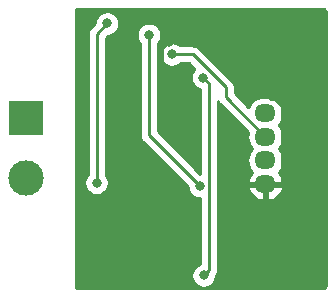
<source format=gbl>
G04 #@! TF.GenerationSoftware,KiCad,Pcbnew,(5.1.2)-1*
G04 #@! TF.CreationDate,2021-06-05T09:35:00+09:00*
G04 #@! TF.ProjectId,cs,63732e6b-6963-4616-945f-706362585858,v3.3*
G04 #@! TF.SameCoordinates,Original*
G04 #@! TF.FileFunction,Copper,L2,Bot*
G04 #@! TF.FilePolarity,Positive*
%FSLAX46Y46*%
G04 Gerber Fmt 4.6, Leading zero omitted, Abs format (unit mm)*
G04 Created by KiCad (PCBNEW (5.1.2)-1) date 2021-06-05 09:35:00*
%MOMM*%
%LPD*%
G04 APERTURE LIST*
%ADD10O,1.800000X1.524000*%
%ADD11R,3.000000X3.000000*%
%ADD12C,3.000000*%
%ADD13C,0.800000*%
%ADD14C,0.250000*%
%ADD15C,0.254000*%
G04 APERTURE END LIST*
D10*
X128200000Y-79500000D03*
X128200000Y-77500000D03*
X128200000Y-75500000D03*
X128200000Y-73500000D03*
D11*
X107900000Y-73900000D03*
D12*
X107900000Y-78980000D03*
D13*
X119476100Y-70600000D03*
X120016000Y-67458900D03*
X113900000Y-79400000D03*
X114800000Y-65900000D03*
X120268400Y-68522000D03*
X122970900Y-87245400D03*
X122912300Y-70486700D03*
X122638300Y-79683800D03*
X118319800Y-66878600D03*
D14*
X120016000Y-67458900D02*
X119476100Y-67998800D01*
X119476100Y-67998800D02*
X119476100Y-70600000D01*
X123841800Y-67458900D02*
X120016000Y-67458900D01*
X129500000Y-79500000D02*
X129600000Y-79400000D01*
X128200000Y-79500000D02*
X129500000Y-79500000D01*
X129600000Y-79400000D02*
X129600000Y-72900000D01*
X129600000Y-72900000D02*
X129000000Y-72300000D01*
X129000000Y-72300000D02*
X128682900Y-72300000D01*
X128682900Y-72300000D02*
X123841800Y-67458900D01*
X113900000Y-79400000D02*
X113900000Y-66800000D01*
X113900000Y-66800000D02*
X114800000Y-65900000D01*
X128200000Y-75500000D02*
X124843100Y-72143100D01*
X124843100Y-72143100D02*
X124843100Y-71324300D01*
X124843100Y-71324300D02*
X122040800Y-68522000D01*
X122040800Y-68522000D02*
X120268400Y-68522000D01*
X122912300Y-70486700D02*
X123409800Y-70984200D01*
X123409800Y-70984200D02*
X123409800Y-86806500D01*
X123409800Y-86806500D02*
X122970900Y-87245400D01*
X118319800Y-66878600D02*
X118319800Y-75365300D01*
X118319800Y-75365300D02*
X122638300Y-79683800D01*
D15*
G36*
X133065424Y-64669580D02*
G01*
X133128356Y-64688580D01*
X133186405Y-64719445D01*
X133237343Y-64760989D01*
X133279248Y-64811644D01*
X133310515Y-64869471D01*
X133329956Y-64932272D01*
X133340001Y-65027845D01*
X133340000Y-87967721D01*
X133330420Y-88065424D01*
X133311420Y-88128357D01*
X133280554Y-88186406D01*
X133239011Y-88237343D01*
X133188356Y-88279248D01*
X133130529Y-88310515D01*
X133067728Y-88329956D01*
X132972165Y-88340000D01*
X112127000Y-88340000D01*
X112127000Y-79298061D01*
X112865000Y-79298061D01*
X112865000Y-79501939D01*
X112904774Y-79701898D01*
X112982795Y-79890256D01*
X113096063Y-80059774D01*
X113240226Y-80203937D01*
X113409744Y-80317205D01*
X113598102Y-80395226D01*
X113798061Y-80435000D01*
X114001939Y-80435000D01*
X114201898Y-80395226D01*
X114390256Y-80317205D01*
X114559774Y-80203937D01*
X114703937Y-80059774D01*
X114817205Y-79890256D01*
X114895226Y-79701898D01*
X114935000Y-79501939D01*
X114935000Y-79298061D01*
X114895226Y-79098102D01*
X114817205Y-78909744D01*
X114703937Y-78740226D01*
X114660000Y-78696289D01*
X114660000Y-67114801D01*
X114839801Y-66935000D01*
X114901939Y-66935000D01*
X115101898Y-66895226D01*
X115290256Y-66817205D01*
X115350934Y-66776661D01*
X117284800Y-66776661D01*
X117284800Y-66980539D01*
X117324574Y-67180498D01*
X117402595Y-67368856D01*
X117515863Y-67538374D01*
X117559800Y-67582311D01*
X117559801Y-75327968D01*
X117556124Y-75365300D01*
X117570798Y-75514285D01*
X117614254Y-75657546D01*
X117684826Y-75789576D01*
X117756001Y-75876302D01*
X117779800Y-75905301D01*
X117808798Y-75929099D01*
X121603300Y-79723602D01*
X121603300Y-79785739D01*
X121643074Y-79985698D01*
X121721095Y-80174056D01*
X121834363Y-80343574D01*
X121978526Y-80487737D01*
X122148044Y-80601005D01*
X122336402Y-80679026D01*
X122536361Y-80718800D01*
X122649801Y-80718800D01*
X122649801Y-86258127D01*
X122480644Y-86328195D01*
X122311126Y-86441463D01*
X122166963Y-86585626D01*
X122053695Y-86755144D01*
X121975674Y-86943502D01*
X121935900Y-87143461D01*
X121935900Y-87347339D01*
X121975674Y-87547298D01*
X122053695Y-87735656D01*
X122166963Y-87905174D01*
X122311126Y-88049337D01*
X122480644Y-88162605D01*
X122669002Y-88240626D01*
X122868961Y-88280400D01*
X123072839Y-88280400D01*
X123272798Y-88240626D01*
X123461156Y-88162605D01*
X123630674Y-88049337D01*
X123774837Y-87905174D01*
X123888105Y-87735656D01*
X123966126Y-87547298D01*
X124005900Y-87347339D01*
X124005900Y-87278144D01*
X124044774Y-87230776D01*
X124115346Y-87098747D01*
X124158803Y-86955486D01*
X124169800Y-86843833D01*
X124169800Y-86843824D01*
X124173476Y-86806501D01*
X124169800Y-86769178D01*
X124169800Y-79843070D01*
X126707780Y-79843070D01*
X126797476Y-80095068D01*
X126937865Y-80330330D01*
X127121454Y-80533683D01*
X127341188Y-80697312D01*
X127588622Y-80814929D01*
X127854248Y-80882014D01*
X128073000Y-80738749D01*
X128073000Y-79627000D01*
X128327000Y-79627000D01*
X128327000Y-80738749D01*
X128545752Y-80882014D01*
X128811378Y-80814929D01*
X129058812Y-80697312D01*
X129278546Y-80533683D01*
X129462135Y-80330330D01*
X129602524Y-80095068D01*
X129692220Y-79843070D01*
X129569720Y-79627000D01*
X128327000Y-79627000D01*
X128073000Y-79627000D01*
X126830280Y-79627000D01*
X126707780Y-79843070D01*
X124169800Y-79843070D01*
X124169800Y-72495674D01*
X124208126Y-72567376D01*
X124247971Y-72615926D01*
X124303099Y-72683101D01*
X124332103Y-72706904D01*
X126723879Y-75098680D01*
X126685214Y-75226140D01*
X126658241Y-75500000D01*
X126685214Y-75773860D01*
X126765096Y-76037195D01*
X126894817Y-76279887D01*
X127069392Y-76492608D01*
X127078399Y-76500000D01*
X127069392Y-76507392D01*
X126894817Y-76720113D01*
X126765096Y-76962805D01*
X126685214Y-77226140D01*
X126658241Y-77500000D01*
X126685214Y-77773860D01*
X126765096Y-78037195D01*
X126894817Y-78279887D01*
X127069392Y-78492608D01*
X127085663Y-78505961D01*
X126937865Y-78669670D01*
X126797476Y-78904932D01*
X126707780Y-79156930D01*
X126830280Y-79373000D01*
X128073000Y-79373000D01*
X128073000Y-79353000D01*
X128327000Y-79353000D01*
X128327000Y-79373000D01*
X129569720Y-79373000D01*
X129692220Y-79156930D01*
X129602524Y-78904932D01*
X129462135Y-78669670D01*
X129314337Y-78505961D01*
X129330608Y-78492608D01*
X129505183Y-78279887D01*
X129634904Y-78037195D01*
X129714786Y-77773860D01*
X129741759Y-77500000D01*
X129714786Y-77226140D01*
X129634904Y-76962805D01*
X129505183Y-76720113D01*
X129330608Y-76507392D01*
X129321601Y-76500000D01*
X129330608Y-76492608D01*
X129505183Y-76279887D01*
X129634904Y-76037195D01*
X129714786Y-75773860D01*
X129741759Y-75500000D01*
X129714786Y-75226140D01*
X129634904Y-74962805D01*
X129505183Y-74720113D01*
X129330608Y-74507392D01*
X129321601Y-74500000D01*
X129330608Y-74492608D01*
X129505183Y-74279887D01*
X129634904Y-74037195D01*
X129714786Y-73773860D01*
X129741759Y-73500000D01*
X129714786Y-73226140D01*
X129634904Y-72962805D01*
X129505183Y-72720113D01*
X129330608Y-72507392D01*
X129117887Y-72332817D01*
X128875195Y-72203096D01*
X128611860Y-72123214D01*
X128406625Y-72103000D01*
X127993375Y-72103000D01*
X127788140Y-72123214D01*
X127524805Y-72203096D01*
X127282113Y-72332817D01*
X127069392Y-72507392D01*
X126894817Y-72720113D01*
X126765096Y-72962805D01*
X126758698Y-72983897D01*
X125603100Y-71828299D01*
X125603100Y-71361625D01*
X125606776Y-71324300D01*
X125603100Y-71286975D01*
X125603100Y-71286967D01*
X125592103Y-71175314D01*
X125548646Y-71032053D01*
X125478074Y-70900024D01*
X125383101Y-70784299D01*
X125354103Y-70760501D01*
X122604604Y-68011003D01*
X122580801Y-67981999D01*
X122465076Y-67887026D01*
X122333047Y-67816454D01*
X122189786Y-67772997D01*
X122078133Y-67762000D01*
X122078122Y-67762000D01*
X122040800Y-67758324D01*
X122003478Y-67762000D01*
X120972111Y-67762000D01*
X120928174Y-67718063D01*
X120758656Y-67604795D01*
X120570298Y-67526774D01*
X120370339Y-67487000D01*
X120166461Y-67487000D01*
X119966502Y-67526774D01*
X119778144Y-67604795D01*
X119608626Y-67718063D01*
X119464463Y-67862226D01*
X119351195Y-68031744D01*
X119273174Y-68220102D01*
X119233400Y-68420061D01*
X119233400Y-68623939D01*
X119273174Y-68823898D01*
X119351195Y-69012256D01*
X119464463Y-69181774D01*
X119608626Y-69325937D01*
X119778144Y-69439205D01*
X119966502Y-69517226D01*
X120166461Y-69557000D01*
X120370339Y-69557000D01*
X120570298Y-69517226D01*
X120758656Y-69439205D01*
X120928174Y-69325937D01*
X120972111Y-69282000D01*
X121725999Y-69282000D01*
X122189644Y-69745645D01*
X122108363Y-69826926D01*
X121995095Y-69996444D01*
X121917074Y-70184802D01*
X121877300Y-70384761D01*
X121877300Y-70588639D01*
X121917074Y-70788598D01*
X121995095Y-70976956D01*
X122108363Y-71146474D01*
X122252526Y-71290637D01*
X122422044Y-71403905D01*
X122610402Y-71481926D01*
X122649800Y-71489763D01*
X122649800Y-78620499D01*
X119079800Y-75050499D01*
X119079800Y-67582311D01*
X119123737Y-67538374D01*
X119237005Y-67368856D01*
X119315026Y-67180498D01*
X119354800Y-66980539D01*
X119354800Y-66776661D01*
X119315026Y-66576702D01*
X119237005Y-66388344D01*
X119123737Y-66218826D01*
X118979574Y-66074663D01*
X118810056Y-65961395D01*
X118621698Y-65883374D01*
X118421739Y-65843600D01*
X118217861Y-65843600D01*
X118017902Y-65883374D01*
X117829544Y-65961395D01*
X117660026Y-66074663D01*
X117515863Y-66218826D01*
X117402595Y-66388344D01*
X117324574Y-66576702D01*
X117284800Y-66776661D01*
X115350934Y-66776661D01*
X115459774Y-66703937D01*
X115603937Y-66559774D01*
X115717205Y-66390256D01*
X115795226Y-66201898D01*
X115835000Y-66001939D01*
X115835000Y-65798061D01*
X115795226Y-65598102D01*
X115717205Y-65409744D01*
X115603937Y-65240226D01*
X115459774Y-65096063D01*
X115290256Y-64982795D01*
X115101898Y-64904774D01*
X114901939Y-64865000D01*
X114698061Y-64865000D01*
X114498102Y-64904774D01*
X114309744Y-64982795D01*
X114140226Y-65096063D01*
X113996063Y-65240226D01*
X113882795Y-65409744D01*
X113804774Y-65598102D01*
X113765000Y-65798061D01*
X113765000Y-65860199D01*
X113388998Y-66236201D01*
X113360000Y-66259999D01*
X113336202Y-66288997D01*
X113336201Y-66288998D01*
X113265026Y-66375724D01*
X113194454Y-66507754D01*
X113178675Y-66559774D01*
X113150998Y-66651014D01*
X113143256Y-66729615D01*
X113136324Y-66800000D01*
X113140001Y-66837332D01*
X113140000Y-78696289D01*
X113096063Y-78740226D01*
X112982795Y-78909744D01*
X112904774Y-79098102D01*
X112865000Y-79298061D01*
X112127000Y-79298061D01*
X112127000Y-64660000D01*
X132967721Y-64660000D01*
X133065424Y-64669580D01*
X133065424Y-64669580D01*
G37*
X133065424Y-64669580D02*
X133128356Y-64688580D01*
X133186405Y-64719445D01*
X133237343Y-64760989D01*
X133279248Y-64811644D01*
X133310515Y-64869471D01*
X133329956Y-64932272D01*
X133340001Y-65027845D01*
X133340000Y-87967721D01*
X133330420Y-88065424D01*
X133311420Y-88128357D01*
X133280554Y-88186406D01*
X133239011Y-88237343D01*
X133188356Y-88279248D01*
X133130529Y-88310515D01*
X133067728Y-88329956D01*
X132972165Y-88340000D01*
X112127000Y-88340000D01*
X112127000Y-79298061D01*
X112865000Y-79298061D01*
X112865000Y-79501939D01*
X112904774Y-79701898D01*
X112982795Y-79890256D01*
X113096063Y-80059774D01*
X113240226Y-80203937D01*
X113409744Y-80317205D01*
X113598102Y-80395226D01*
X113798061Y-80435000D01*
X114001939Y-80435000D01*
X114201898Y-80395226D01*
X114390256Y-80317205D01*
X114559774Y-80203937D01*
X114703937Y-80059774D01*
X114817205Y-79890256D01*
X114895226Y-79701898D01*
X114935000Y-79501939D01*
X114935000Y-79298061D01*
X114895226Y-79098102D01*
X114817205Y-78909744D01*
X114703937Y-78740226D01*
X114660000Y-78696289D01*
X114660000Y-67114801D01*
X114839801Y-66935000D01*
X114901939Y-66935000D01*
X115101898Y-66895226D01*
X115290256Y-66817205D01*
X115350934Y-66776661D01*
X117284800Y-66776661D01*
X117284800Y-66980539D01*
X117324574Y-67180498D01*
X117402595Y-67368856D01*
X117515863Y-67538374D01*
X117559800Y-67582311D01*
X117559801Y-75327968D01*
X117556124Y-75365300D01*
X117570798Y-75514285D01*
X117614254Y-75657546D01*
X117684826Y-75789576D01*
X117756001Y-75876302D01*
X117779800Y-75905301D01*
X117808798Y-75929099D01*
X121603300Y-79723602D01*
X121603300Y-79785739D01*
X121643074Y-79985698D01*
X121721095Y-80174056D01*
X121834363Y-80343574D01*
X121978526Y-80487737D01*
X122148044Y-80601005D01*
X122336402Y-80679026D01*
X122536361Y-80718800D01*
X122649801Y-80718800D01*
X122649801Y-86258127D01*
X122480644Y-86328195D01*
X122311126Y-86441463D01*
X122166963Y-86585626D01*
X122053695Y-86755144D01*
X121975674Y-86943502D01*
X121935900Y-87143461D01*
X121935900Y-87347339D01*
X121975674Y-87547298D01*
X122053695Y-87735656D01*
X122166963Y-87905174D01*
X122311126Y-88049337D01*
X122480644Y-88162605D01*
X122669002Y-88240626D01*
X122868961Y-88280400D01*
X123072839Y-88280400D01*
X123272798Y-88240626D01*
X123461156Y-88162605D01*
X123630674Y-88049337D01*
X123774837Y-87905174D01*
X123888105Y-87735656D01*
X123966126Y-87547298D01*
X124005900Y-87347339D01*
X124005900Y-87278144D01*
X124044774Y-87230776D01*
X124115346Y-87098747D01*
X124158803Y-86955486D01*
X124169800Y-86843833D01*
X124169800Y-86843824D01*
X124173476Y-86806501D01*
X124169800Y-86769178D01*
X124169800Y-79843070D01*
X126707780Y-79843070D01*
X126797476Y-80095068D01*
X126937865Y-80330330D01*
X127121454Y-80533683D01*
X127341188Y-80697312D01*
X127588622Y-80814929D01*
X127854248Y-80882014D01*
X128073000Y-80738749D01*
X128073000Y-79627000D01*
X128327000Y-79627000D01*
X128327000Y-80738749D01*
X128545752Y-80882014D01*
X128811378Y-80814929D01*
X129058812Y-80697312D01*
X129278546Y-80533683D01*
X129462135Y-80330330D01*
X129602524Y-80095068D01*
X129692220Y-79843070D01*
X129569720Y-79627000D01*
X128327000Y-79627000D01*
X128073000Y-79627000D01*
X126830280Y-79627000D01*
X126707780Y-79843070D01*
X124169800Y-79843070D01*
X124169800Y-72495674D01*
X124208126Y-72567376D01*
X124247971Y-72615926D01*
X124303099Y-72683101D01*
X124332103Y-72706904D01*
X126723879Y-75098680D01*
X126685214Y-75226140D01*
X126658241Y-75500000D01*
X126685214Y-75773860D01*
X126765096Y-76037195D01*
X126894817Y-76279887D01*
X127069392Y-76492608D01*
X127078399Y-76500000D01*
X127069392Y-76507392D01*
X126894817Y-76720113D01*
X126765096Y-76962805D01*
X126685214Y-77226140D01*
X126658241Y-77500000D01*
X126685214Y-77773860D01*
X126765096Y-78037195D01*
X126894817Y-78279887D01*
X127069392Y-78492608D01*
X127085663Y-78505961D01*
X126937865Y-78669670D01*
X126797476Y-78904932D01*
X126707780Y-79156930D01*
X126830280Y-79373000D01*
X128073000Y-79373000D01*
X128073000Y-79353000D01*
X128327000Y-79353000D01*
X128327000Y-79373000D01*
X129569720Y-79373000D01*
X129692220Y-79156930D01*
X129602524Y-78904932D01*
X129462135Y-78669670D01*
X129314337Y-78505961D01*
X129330608Y-78492608D01*
X129505183Y-78279887D01*
X129634904Y-78037195D01*
X129714786Y-77773860D01*
X129741759Y-77500000D01*
X129714786Y-77226140D01*
X129634904Y-76962805D01*
X129505183Y-76720113D01*
X129330608Y-76507392D01*
X129321601Y-76500000D01*
X129330608Y-76492608D01*
X129505183Y-76279887D01*
X129634904Y-76037195D01*
X129714786Y-75773860D01*
X129741759Y-75500000D01*
X129714786Y-75226140D01*
X129634904Y-74962805D01*
X129505183Y-74720113D01*
X129330608Y-74507392D01*
X129321601Y-74500000D01*
X129330608Y-74492608D01*
X129505183Y-74279887D01*
X129634904Y-74037195D01*
X129714786Y-73773860D01*
X129741759Y-73500000D01*
X129714786Y-73226140D01*
X129634904Y-72962805D01*
X129505183Y-72720113D01*
X129330608Y-72507392D01*
X129117887Y-72332817D01*
X128875195Y-72203096D01*
X128611860Y-72123214D01*
X128406625Y-72103000D01*
X127993375Y-72103000D01*
X127788140Y-72123214D01*
X127524805Y-72203096D01*
X127282113Y-72332817D01*
X127069392Y-72507392D01*
X126894817Y-72720113D01*
X126765096Y-72962805D01*
X126758698Y-72983897D01*
X125603100Y-71828299D01*
X125603100Y-71361625D01*
X125606776Y-71324300D01*
X125603100Y-71286975D01*
X125603100Y-71286967D01*
X125592103Y-71175314D01*
X125548646Y-71032053D01*
X125478074Y-70900024D01*
X125383101Y-70784299D01*
X125354103Y-70760501D01*
X122604604Y-68011003D01*
X122580801Y-67981999D01*
X122465076Y-67887026D01*
X122333047Y-67816454D01*
X122189786Y-67772997D01*
X122078133Y-67762000D01*
X122078122Y-67762000D01*
X122040800Y-67758324D01*
X122003478Y-67762000D01*
X120972111Y-67762000D01*
X120928174Y-67718063D01*
X120758656Y-67604795D01*
X120570298Y-67526774D01*
X120370339Y-67487000D01*
X120166461Y-67487000D01*
X119966502Y-67526774D01*
X119778144Y-67604795D01*
X119608626Y-67718063D01*
X119464463Y-67862226D01*
X119351195Y-68031744D01*
X119273174Y-68220102D01*
X119233400Y-68420061D01*
X119233400Y-68623939D01*
X119273174Y-68823898D01*
X119351195Y-69012256D01*
X119464463Y-69181774D01*
X119608626Y-69325937D01*
X119778144Y-69439205D01*
X119966502Y-69517226D01*
X120166461Y-69557000D01*
X120370339Y-69557000D01*
X120570298Y-69517226D01*
X120758656Y-69439205D01*
X120928174Y-69325937D01*
X120972111Y-69282000D01*
X121725999Y-69282000D01*
X122189644Y-69745645D01*
X122108363Y-69826926D01*
X121995095Y-69996444D01*
X121917074Y-70184802D01*
X121877300Y-70384761D01*
X121877300Y-70588639D01*
X121917074Y-70788598D01*
X121995095Y-70976956D01*
X122108363Y-71146474D01*
X122252526Y-71290637D01*
X122422044Y-71403905D01*
X122610402Y-71481926D01*
X122649800Y-71489763D01*
X122649800Y-78620499D01*
X119079800Y-75050499D01*
X119079800Y-67582311D01*
X119123737Y-67538374D01*
X119237005Y-67368856D01*
X119315026Y-67180498D01*
X119354800Y-66980539D01*
X119354800Y-66776661D01*
X119315026Y-66576702D01*
X119237005Y-66388344D01*
X119123737Y-66218826D01*
X118979574Y-66074663D01*
X118810056Y-65961395D01*
X118621698Y-65883374D01*
X118421739Y-65843600D01*
X118217861Y-65843600D01*
X118017902Y-65883374D01*
X117829544Y-65961395D01*
X117660026Y-66074663D01*
X117515863Y-66218826D01*
X117402595Y-66388344D01*
X117324574Y-66576702D01*
X117284800Y-66776661D01*
X115350934Y-66776661D01*
X115459774Y-66703937D01*
X115603937Y-66559774D01*
X115717205Y-66390256D01*
X115795226Y-66201898D01*
X115835000Y-66001939D01*
X115835000Y-65798061D01*
X115795226Y-65598102D01*
X115717205Y-65409744D01*
X115603937Y-65240226D01*
X115459774Y-65096063D01*
X115290256Y-64982795D01*
X115101898Y-64904774D01*
X114901939Y-64865000D01*
X114698061Y-64865000D01*
X114498102Y-64904774D01*
X114309744Y-64982795D01*
X114140226Y-65096063D01*
X113996063Y-65240226D01*
X113882795Y-65409744D01*
X113804774Y-65598102D01*
X113765000Y-65798061D01*
X113765000Y-65860199D01*
X113388998Y-66236201D01*
X113360000Y-66259999D01*
X113336202Y-66288997D01*
X113336201Y-66288998D01*
X113265026Y-66375724D01*
X113194454Y-66507754D01*
X113178675Y-66559774D01*
X113150998Y-66651014D01*
X113143256Y-66729615D01*
X113136324Y-66800000D01*
X113140001Y-66837332D01*
X113140000Y-78696289D01*
X113096063Y-78740226D01*
X112982795Y-78909744D01*
X112904774Y-79098102D01*
X112865000Y-79298061D01*
X112127000Y-79298061D01*
X112127000Y-64660000D01*
X132967721Y-64660000D01*
X133065424Y-64669580D01*
M02*

</source>
